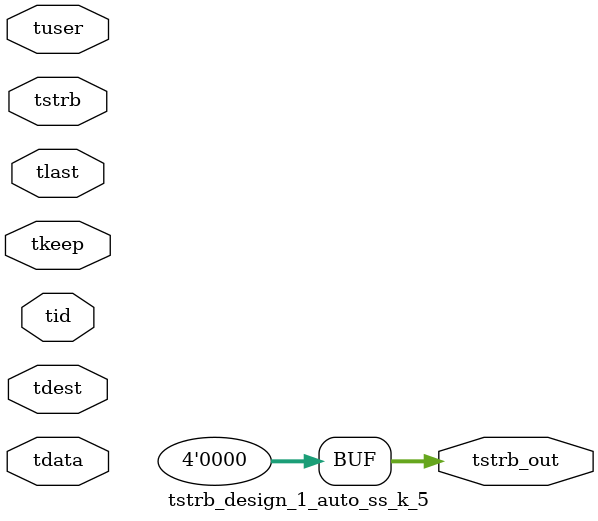
<source format=v>


`timescale 1ps/1ps

module tstrb_design_1_auto_ss_k_5 #
(
parameter C_S_AXIS_TDATA_WIDTH = 32,
parameter C_S_AXIS_TUSER_WIDTH = 0,
parameter C_S_AXIS_TID_WIDTH   = 0,
parameter C_S_AXIS_TDEST_WIDTH = 0,
parameter C_M_AXIS_TDATA_WIDTH = 32
)
(
input  [(C_S_AXIS_TDATA_WIDTH == 0 ? 1 : C_S_AXIS_TDATA_WIDTH)-1:0     ] tdata,
input  [(C_S_AXIS_TUSER_WIDTH == 0 ? 1 : C_S_AXIS_TUSER_WIDTH)-1:0     ] tuser,
input  [(C_S_AXIS_TID_WIDTH   == 0 ? 1 : C_S_AXIS_TID_WIDTH)-1:0       ] tid,
input  [(C_S_AXIS_TDEST_WIDTH == 0 ? 1 : C_S_AXIS_TDEST_WIDTH)-1:0     ] tdest,
input  [(C_S_AXIS_TDATA_WIDTH/8)-1:0 ] tkeep,
input  [(C_S_AXIS_TDATA_WIDTH/8)-1:0 ] tstrb,
input                                                                    tlast,
output [(C_M_AXIS_TDATA_WIDTH/8)-1:0 ] tstrb_out
);

assign tstrb_out = {1'b0};

endmodule


</source>
